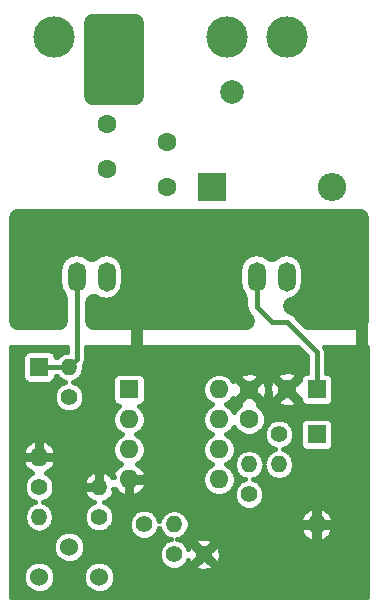
<source format=gbr>
G04 #@! TF.FileFunction,Copper,L2,Bot,Signal*
%FSLAX46Y46*%
G04 Gerber Fmt 4.6, Leading zero omitted, Abs format (unit mm)*
G04 Created by KiCad (PCBNEW 4.0.4-stable) date Saturday, 28 January 2017 'PMt' 01:33:58 PM*
%MOMM*%
%LPD*%
G01*
G04 APERTURE LIST*
%ADD10C,0.100000*%
%ADD11R,1.600000X1.600000*%
%ADD12C,1.600000*%
%ADD13O,1.501140X2.499360*%
%ADD14C,1.400000*%
%ADD15O,1.400000X1.400000*%
%ADD16C,1.397000*%
%ADD17C,1.524000*%
%ADD18O,1.600000X1.600000*%
%ADD19C,3.500120*%
%ADD20R,2.400000X2.400000*%
%ADD21O,2.400000X2.400000*%
%ADD22C,2.000000*%
%ADD23C,0.400000*%
%ADD24C,1.000000*%
%ADD25C,1.500000*%
G04 APERTURE END LIST*
D10*
D11*
X165735000Y-104140000D03*
D12*
X163235000Y-104140000D03*
D13*
X163195000Y-94615000D03*
X160655000Y-94615000D03*
X165735000Y-94615000D03*
X147955000Y-94615000D03*
X145415000Y-94615000D03*
X150495000Y-94615000D03*
D14*
X151130000Y-115570000D03*
D15*
X153670000Y-115570000D03*
D16*
X153670000Y-118110000D03*
X156210000Y-118110000D03*
D14*
X142240000Y-112395000D03*
D15*
X142240000Y-114935000D03*
D14*
X147320000Y-114935000D03*
D15*
X147320000Y-112395000D03*
D14*
X162560000Y-107950000D03*
D15*
X162560000Y-110490000D03*
D14*
X144780000Y-104775000D03*
D15*
X144780000Y-102235000D03*
D14*
X160020000Y-113030000D03*
D15*
X160020000Y-110490000D03*
D17*
X144780000Y-117475000D03*
X147320000Y-120015000D03*
X142240000Y-120015000D03*
D11*
X149860000Y-104140000D03*
D18*
X157480000Y-111760000D03*
X149860000Y-106680000D03*
X157480000Y-109220000D03*
X149860000Y-109220000D03*
X157480000Y-106680000D03*
X149860000Y-111760000D03*
X157480000Y-104140000D03*
D19*
X158115000Y-74295000D03*
X163195000Y-74295000D03*
X143510000Y-74295000D03*
X148590000Y-74295000D03*
D20*
X156845000Y-86995000D03*
D21*
X167005000Y-86995000D03*
D11*
X165735000Y-107950000D03*
D18*
X165735000Y-115570000D03*
D11*
X142240000Y-102235000D03*
D18*
X142240000Y-109855000D03*
D12*
X160020000Y-106680000D03*
X160020000Y-104180000D03*
X153035000Y-83185000D03*
X148035000Y-81685000D03*
D22*
X148590000Y-77470000D03*
X158590000Y-78970000D03*
D12*
X153035000Y-86995000D03*
X148035000Y-85495000D03*
D23*
X165735000Y-104140000D02*
X165735000Y-100965000D01*
X160655000Y-97155000D02*
X160655000Y-94615000D01*
X161925000Y-98425000D02*
X160655000Y-97155000D01*
X163195000Y-98425000D02*
X161925000Y-98425000D01*
X165735000Y-100965000D02*
X163195000Y-98425000D01*
D24*
X165735000Y-94615000D02*
X168910000Y-94615000D01*
X169545000Y-95250000D02*
X169545000Y-101600000D01*
X168910000Y-94615000D02*
X169545000Y-95250000D01*
X150495000Y-94615000D02*
X150495000Y-100965000D01*
D23*
X142240000Y-102235000D02*
X144780000Y-102235000D01*
X144780000Y-102235000D02*
X145415000Y-101600000D01*
X145415000Y-101600000D02*
X145415000Y-94615000D01*
G36*
X144615000Y-100942352D02*
X144282512Y-101008488D01*
X143860761Y-101290292D01*
X143764071Y-101435000D01*
X143651754Y-101435000D01*
X143609917Y-101212654D01*
X143478510Y-101008442D01*
X143278007Y-100871444D01*
X143040000Y-100823246D01*
X141440000Y-100823246D01*
X141217654Y-100865083D01*
X141013442Y-100996490D01*
X140876444Y-101196993D01*
X140828246Y-101435000D01*
X140828246Y-103035000D01*
X140870083Y-103257346D01*
X141001490Y-103461558D01*
X141201993Y-103598556D01*
X141440000Y-103646754D01*
X143040000Y-103646754D01*
X143262346Y-103604917D01*
X143466558Y-103473510D01*
X143603556Y-103273007D01*
X143651754Y-103035000D01*
X143764071Y-103035000D01*
X143860761Y-103179708D01*
X144282512Y-103461512D01*
X144466211Y-103498052D01*
X144044571Y-103672271D01*
X143678556Y-104037647D01*
X143480226Y-104515279D01*
X143479774Y-105032452D01*
X143677271Y-105510429D01*
X144042647Y-105876444D01*
X144520279Y-106074774D01*
X145037452Y-106075226D01*
X145515429Y-105877729D01*
X145881444Y-105512353D01*
X146079774Y-105034721D01*
X146080226Y-104517548D01*
X145882729Y-104039571D01*
X145517353Y-103673556D01*
X145094400Y-103497931D01*
X145277488Y-103461512D01*
X145699239Y-103179708D01*
X145981043Y-102757957D01*
X146080000Y-102260469D01*
X146080000Y-102209531D01*
X146050496Y-102061207D01*
X146154104Y-101906147D01*
X146215000Y-101600000D01*
X146215000Y-100530000D01*
X164168629Y-100530000D01*
X164935000Y-101296371D01*
X164935000Y-102728246D01*
X164712654Y-102770083D01*
X164508442Y-102901490D01*
X164371444Y-103101993D01*
X164324370Y-103334449D01*
X164323618Y-103334224D01*
X163517843Y-104140000D01*
X164323618Y-104945776D01*
X164324295Y-104945574D01*
X164365083Y-105162346D01*
X164496490Y-105366558D01*
X164696993Y-105503556D01*
X164935000Y-105551754D01*
X166535000Y-105551754D01*
X166757346Y-105509917D01*
X166961558Y-105378510D01*
X167098556Y-105178007D01*
X167146754Y-104940000D01*
X167146754Y-103340000D01*
X167104917Y-103117654D01*
X166973510Y-102913442D01*
X166773007Y-102776444D01*
X166535000Y-102728246D01*
X166535000Y-100965000D01*
X166474104Y-100658853D01*
X166388007Y-100530000D01*
X169980000Y-100530000D01*
X169980000Y-121720000D01*
X139900000Y-121720000D01*
X139900000Y-120284730D01*
X140877764Y-120284730D01*
X141084679Y-120785503D01*
X141467482Y-121168974D01*
X141967893Y-121376763D01*
X142509730Y-121377236D01*
X143010503Y-121170321D01*
X143393974Y-120787518D01*
X143601763Y-120287107D01*
X143601765Y-120284730D01*
X145957764Y-120284730D01*
X146164679Y-120785503D01*
X146547482Y-121168974D01*
X147047893Y-121376763D01*
X147589730Y-121377236D01*
X148090503Y-121170321D01*
X148473974Y-120787518D01*
X148681763Y-120287107D01*
X148682236Y-119745270D01*
X148475321Y-119244497D01*
X148092518Y-118861026D01*
X147592107Y-118653237D01*
X147050270Y-118652764D01*
X146549497Y-118859679D01*
X146166026Y-119242482D01*
X145958237Y-119742893D01*
X145957764Y-120284730D01*
X143601765Y-120284730D01*
X143602236Y-119745270D01*
X143395321Y-119244497D01*
X143012518Y-118861026D01*
X142512107Y-118653237D01*
X141970270Y-118652764D01*
X141469497Y-118859679D01*
X141086026Y-119242482D01*
X140878237Y-119742893D01*
X140877764Y-120284730D01*
X139900000Y-120284730D01*
X139900000Y-117744730D01*
X143417764Y-117744730D01*
X143624679Y-118245503D01*
X144007482Y-118628974D01*
X144507893Y-118836763D01*
X145049730Y-118837236D01*
X145550503Y-118630321D01*
X145933974Y-118247518D01*
X146141763Y-117747107D01*
X146142236Y-117205270D01*
X145935321Y-116704497D01*
X145552518Y-116321026D01*
X145052107Y-116113237D01*
X144510270Y-116112764D01*
X144009497Y-116319679D01*
X143626026Y-116702482D01*
X143418237Y-117202893D01*
X143417764Y-117744730D01*
X139900000Y-117744730D01*
X139900000Y-110285097D01*
X140802968Y-110285097D01*
X141076947Y-110802286D01*
X141527990Y-111175259D01*
X141657723Y-111228990D01*
X141504571Y-111292271D01*
X141138556Y-111657647D01*
X140940226Y-112135279D01*
X140939774Y-112652452D01*
X141137271Y-113130429D01*
X141502647Y-113496444D01*
X141925600Y-113672069D01*
X141742512Y-113708488D01*
X141320761Y-113990292D01*
X141038957Y-114412043D01*
X140940000Y-114909531D01*
X140940000Y-114960469D01*
X141038957Y-115457957D01*
X141320761Y-115879708D01*
X141742512Y-116161512D01*
X142240000Y-116260469D01*
X142737488Y-116161512D01*
X143159239Y-115879708D01*
X143441043Y-115457957D01*
X143540000Y-114960469D01*
X143540000Y-114909531D01*
X143441043Y-114412043D01*
X143159239Y-113990292D01*
X142737488Y-113708488D01*
X142553789Y-113671948D01*
X142975429Y-113497729D01*
X143341444Y-113132353D01*
X143475586Y-112809302D01*
X145982690Y-112809302D01*
X146243033Y-113289532D01*
X146667335Y-113633577D01*
X146866161Y-113715920D01*
X146584571Y-113832271D01*
X146218556Y-114197647D01*
X146020226Y-114675279D01*
X146019774Y-115192452D01*
X146217271Y-115670429D01*
X146582647Y-116036444D01*
X147060279Y-116234774D01*
X147577452Y-116235226D01*
X148055429Y-116037729D01*
X148266073Y-115827452D01*
X149829774Y-115827452D01*
X150027271Y-116305429D01*
X150392647Y-116671444D01*
X150870279Y-116869774D01*
X151387452Y-116870226D01*
X151865429Y-116672729D01*
X152231444Y-116307353D01*
X152407069Y-115884400D01*
X152443488Y-116067488D01*
X152725292Y-116489239D01*
X153147043Y-116771043D01*
X153392196Y-116819807D01*
X152935420Y-117008543D01*
X152569827Y-117373499D01*
X152371726Y-117850579D01*
X152371275Y-118367154D01*
X152568543Y-118844580D01*
X152933499Y-119210173D01*
X153410579Y-119408274D01*
X153927154Y-119408725D01*
X154404580Y-119211457D01*
X154491627Y-119124561D01*
X155478282Y-119124561D01*
X155541967Y-119369728D01*
X156074895Y-119529482D01*
X156628392Y-119473133D01*
X156878033Y-119369728D01*
X156941718Y-119124561D01*
X156210000Y-118392843D01*
X155478282Y-119124561D01*
X154491627Y-119124561D01*
X154770173Y-118846501D01*
X154874531Y-118595179D01*
X154950272Y-118778033D01*
X155195439Y-118841718D01*
X155927157Y-118110000D01*
X156492843Y-118110000D01*
X157224561Y-118841718D01*
X157469728Y-118778033D01*
X157629482Y-118245105D01*
X157573133Y-117691608D01*
X157469728Y-117441967D01*
X157224561Y-117378282D01*
X156492843Y-118110000D01*
X155927157Y-118110000D01*
X155195439Y-117378282D01*
X154950272Y-117441967D01*
X154886649Y-117654207D01*
X154771457Y-117375420D01*
X154491964Y-117095439D01*
X155478282Y-117095439D01*
X156210000Y-117827157D01*
X156941718Y-117095439D01*
X156878033Y-116850272D01*
X156345105Y-116690518D01*
X155791608Y-116746867D01*
X155541967Y-116850272D01*
X155478282Y-117095439D01*
X154491964Y-117095439D01*
X154406501Y-117009827D01*
X153948533Y-116819662D01*
X154192957Y-116771043D01*
X154614708Y-116489239D01*
X154896512Y-116067488D01*
X154909916Y-116000097D01*
X164297968Y-116000097D01*
X164571947Y-116517286D01*
X165022990Y-116890259D01*
X165304906Y-117007018D01*
X165535000Y-116879819D01*
X165535000Y-115770000D01*
X165935000Y-115770000D01*
X165935000Y-116879819D01*
X166165094Y-117007018D01*
X166447010Y-116890259D01*
X166898053Y-116517286D01*
X167172032Y-116000097D01*
X167046622Y-115770000D01*
X165935000Y-115770000D01*
X165535000Y-115770000D01*
X164423378Y-115770000D01*
X164297968Y-116000097D01*
X154909916Y-116000097D01*
X154995469Y-115570000D01*
X154909917Y-115139903D01*
X164297968Y-115139903D01*
X164423378Y-115370000D01*
X165535000Y-115370000D01*
X165535000Y-114260181D01*
X165935000Y-114260181D01*
X165935000Y-115370000D01*
X167046622Y-115370000D01*
X167172032Y-115139903D01*
X166898053Y-114622714D01*
X166447010Y-114249741D01*
X166165094Y-114132982D01*
X165935000Y-114260181D01*
X165535000Y-114260181D01*
X165304906Y-114132982D01*
X165022990Y-114249741D01*
X164571947Y-114622714D01*
X164297968Y-115139903D01*
X154909917Y-115139903D01*
X154896512Y-115072512D01*
X154614708Y-114650761D01*
X154192957Y-114368957D01*
X153695469Y-114270000D01*
X153644531Y-114270000D01*
X153147043Y-114368957D01*
X152725292Y-114650761D01*
X152443488Y-115072512D01*
X152406948Y-115256211D01*
X152232729Y-114834571D01*
X151867353Y-114468556D01*
X151389721Y-114270226D01*
X150872548Y-114269774D01*
X150394571Y-114467271D01*
X150028556Y-114832647D01*
X149830226Y-115310279D01*
X149829774Y-115827452D01*
X148266073Y-115827452D01*
X148421444Y-115672353D01*
X148619774Y-115194721D01*
X148620226Y-114677548D01*
X148422729Y-114199571D01*
X148057353Y-113833556D01*
X147773947Y-113715875D01*
X147972665Y-113633577D01*
X148396967Y-113289532D01*
X148398094Y-113287452D01*
X158719774Y-113287452D01*
X158917271Y-113765429D01*
X159282647Y-114131444D01*
X159760279Y-114329774D01*
X160277452Y-114330226D01*
X160755429Y-114132729D01*
X161121444Y-113767353D01*
X161319774Y-113289721D01*
X161320226Y-112772548D01*
X161122729Y-112294571D01*
X160757353Y-111928556D01*
X160334400Y-111752931D01*
X160517488Y-111716512D01*
X160939239Y-111434708D01*
X161221043Y-111012957D01*
X161290000Y-110666288D01*
X161358957Y-111012957D01*
X161640761Y-111434708D01*
X162062512Y-111716512D01*
X162560000Y-111815469D01*
X163057488Y-111716512D01*
X163479239Y-111434708D01*
X163761043Y-111012957D01*
X163860000Y-110515469D01*
X163860000Y-110464531D01*
X163761043Y-109967043D01*
X163479239Y-109545292D01*
X163057488Y-109263488D01*
X162873789Y-109226948D01*
X163295429Y-109052729D01*
X163661444Y-108687353D01*
X163859774Y-108209721D01*
X163860226Y-107692548D01*
X163662729Y-107214571D01*
X163598271Y-107150000D01*
X164323246Y-107150000D01*
X164323246Y-108750000D01*
X164365083Y-108972346D01*
X164496490Y-109176558D01*
X164696993Y-109313556D01*
X164935000Y-109361754D01*
X166535000Y-109361754D01*
X166757346Y-109319917D01*
X166961558Y-109188510D01*
X167098556Y-108988007D01*
X167146754Y-108750000D01*
X167146754Y-107150000D01*
X167104917Y-106927654D01*
X166973510Y-106723442D01*
X166773007Y-106586444D01*
X166535000Y-106538246D01*
X164935000Y-106538246D01*
X164712654Y-106580083D01*
X164508442Y-106711490D01*
X164371444Y-106911993D01*
X164323246Y-107150000D01*
X163598271Y-107150000D01*
X163297353Y-106848556D01*
X162819721Y-106650226D01*
X162302548Y-106649774D01*
X161824571Y-106847271D01*
X161458556Y-107212647D01*
X161260226Y-107690279D01*
X161259774Y-108207452D01*
X161457271Y-108685429D01*
X161822647Y-109051444D01*
X162245600Y-109227069D01*
X162062512Y-109263488D01*
X161640761Y-109545292D01*
X161358957Y-109967043D01*
X161290000Y-110313712D01*
X161221043Y-109967043D01*
X160939239Y-109545292D01*
X160517488Y-109263488D01*
X160020000Y-109164531D01*
X159522512Y-109263488D01*
X159100761Y-109545292D01*
X158818957Y-109967043D01*
X158720000Y-110464531D01*
X158720000Y-110515469D01*
X158818957Y-111012957D01*
X159100761Y-111434708D01*
X159522512Y-111716512D01*
X159706211Y-111753052D01*
X159284571Y-111927271D01*
X158918556Y-112292647D01*
X158720226Y-112770279D01*
X158719774Y-113287452D01*
X148398094Y-113287452D01*
X148657310Y-112809302D01*
X148530658Y-112595002D01*
X148641445Y-112595002D01*
X148912714Y-112923053D01*
X149429903Y-113197032D01*
X149660000Y-113071622D01*
X149660000Y-111960000D01*
X150060000Y-111960000D01*
X150060000Y-113071622D01*
X150290097Y-113197032D01*
X150807286Y-112923053D01*
X151180259Y-112472010D01*
X151297018Y-112190094D01*
X151169819Y-111960000D01*
X150060000Y-111960000D01*
X149660000Y-111960000D01*
X149640000Y-111960000D01*
X149640000Y-111560000D01*
X149660000Y-111560000D01*
X149660000Y-111540000D01*
X150060000Y-111540000D01*
X150060000Y-111560000D01*
X151169819Y-111560000D01*
X151297018Y-111329906D01*
X151180259Y-111047990D01*
X150807286Y-110596947D01*
X150523325Y-110446520D01*
X150877377Y-110209949D01*
X151180859Y-109755757D01*
X151287428Y-109220000D01*
X151180859Y-108684243D01*
X150877377Y-108230051D01*
X150458252Y-107950000D01*
X150877377Y-107669949D01*
X151180859Y-107215757D01*
X151287428Y-106680000D01*
X151180859Y-106144243D01*
X150877377Y-105690051D01*
X150668116Y-105550227D01*
X150882346Y-105509917D01*
X151086558Y-105378510D01*
X151223556Y-105178007D01*
X151271754Y-104940000D01*
X151271754Y-104140000D01*
X156052572Y-104140000D01*
X156159141Y-104675757D01*
X156462623Y-105129949D01*
X156881748Y-105410000D01*
X156462623Y-105690051D01*
X156159141Y-106144243D01*
X156052572Y-106680000D01*
X156159141Y-107215757D01*
X156462623Y-107669949D01*
X156881748Y-107950000D01*
X156462623Y-108230051D01*
X156159141Y-108684243D01*
X156052572Y-109220000D01*
X156159141Y-109755757D01*
X156462623Y-110209949D01*
X156881748Y-110490000D01*
X156462623Y-110770051D01*
X156159141Y-111224243D01*
X156052572Y-111760000D01*
X156159141Y-112295757D01*
X156462623Y-112749949D01*
X156916815Y-113053431D01*
X157452572Y-113160000D01*
X157507428Y-113160000D01*
X158043185Y-113053431D01*
X158497377Y-112749949D01*
X158800859Y-112295757D01*
X158907428Y-111760000D01*
X158800859Y-111224243D01*
X158497377Y-110770051D01*
X158078252Y-110490000D01*
X158497377Y-110209949D01*
X158800859Y-109755757D01*
X158907428Y-109220000D01*
X158800859Y-108684243D01*
X158497377Y-108230051D01*
X158078252Y-107950000D01*
X158497377Y-107669949D01*
X158754954Y-107284458D01*
X158832445Y-107472000D01*
X159225928Y-107866170D01*
X159740301Y-108079757D01*
X160297256Y-108080243D01*
X160812000Y-107867555D01*
X161206170Y-107474072D01*
X161419757Y-106959699D01*
X161420243Y-106402744D01*
X161207555Y-105888000D01*
X160814072Y-105493830D01*
X160764639Y-105473304D01*
X160825776Y-105268618D01*
X160785776Y-105228618D01*
X162429224Y-105228618D01*
X162505572Y-105484232D01*
X163075511Y-105661048D01*
X163669732Y-105606299D01*
X163964428Y-105484232D01*
X164040776Y-105228618D01*
X163235000Y-104422843D01*
X162429224Y-105228618D01*
X160785776Y-105228618D01*
X160020000Y-104462843D01*
X159214224Y-105268618D01*
X159275247Y-105472923D01*
X159228000Y-105492445D01*
X158833830Y-105885928D01*
X158755041Y-106075672D01*
X158497377Y-105690051D01*
X158078252Y-105410000D01*
X158497377Y-105129949D01*
X158663888Y-104880748D01*
X158675768Y-104909428D01*
X158931382Y-104985776D01*
X159737157Y-104180000D01*
X160302843Y-104180000D01*
X161108618Y-104985776D01*
X161364232Y-104909428D01*
X161541048Y-104339489D01*
X161507974Y-103980511D01*
X161713952Y-103980511D01*
X161768701Y-104574732D01*
X161890768Y-104869428D01*
X162146382Y-104945776D01*
X162952157Y-104140000D01*
X162146382Y-103334224D01*
X161890768Y-103410572D01*
X161713952Y-103980511D01*
X161507974Y-103980511D01*
X161486299Y-103745268D01*
X161364232Y-103450572D01*
X161108618Y-103374224D01*
X160302843Y-104180000D01*
X159737157Y-104180000D01*
X158931382Y-103374224D01*
X158694451Y-103444992D01*
X158497377Y-103150051D01*
X158409573Y-103091382D01*
X159214224Y-103091382D01*
X160020000Y-103897157D01*
X160825776Y-103091382D01*
X160813829Y-103051382D01*
X162429224Y-103051382D01*
X163235000Y-103857157D01*
X164040776Y-103051382D01*
X163964428Y-102795768D01*
X163394489Y-102618952D01*
X162800268Y-102673701D01*
X162505572Y-102795768D01*
X162429224Y-103051382D01*
X160813829Y-103051382D01*
X160749428Y-102835768D01*
X160179489Y-102658952D01*
X159585268Y-102713701D01*
X159290572Y-102835768D01*
X159214224Y-103091382D01*
X158409573Y-103091382D01*
X158043185Y-102846569D01*
X157507428Y-102740000D01*
X157452572Y-102740000D01*
X156916815Y-102846569D01*
X156462623Y-103150051D01*
X156159141Y-103604243D01*
X156052572Y-104140000D01*
X151271754Y-104140000D01*
X151271754Y-103340000D01*
X151229917Y-103117654D01*
X151098510Y-102913442D01*
X150898007Y-102776444D01*
X150660000Y-102728246D01*
X149060000Y-102728246D01*
X148837654Y-102770083D01*
X148633442Y-102901490D01*
X148496444Y-103101993D01*
X148448246Y-103340000D01*
X148448246Y-104940000D01*
X148490083Y-105162346D01*
X148621490Y-105366558D01*
X148821993Y-105503556D01*
X149052018Y-105550138D01*
X148842623Y-105690051D01*
X148539141Y-106144243D01*
X148432572Y-106680000D01*
X148539141Y-107215757D01*
X148842623Y-107669949D01*
X149261748Y-107950000D01*
X148842623Y-108230051D01*
X148539141Y-108684243D01*
X148432572Y-109220000D01*
X148539141Y-109755757D01*
X148842623Y-110209949D01*
X149196675Y-110446520D01*
X148912714Y-110596947D01*
X148539741Y-111047990D01*
X148422982Y-111329906D01*
X148550180Y-111559998D01*
X148429239Y-111559998D01*
X148396967Y-111500468D01*
X147972665Y-111156423D01*
X147734300Y-111057705D01*
X147520000Y-111186437D01*
X147520000Y-112195000D01*
X147540000Y-112195000D01*
X147540000Y-112595000D01*
X147520000Y-112595000D01*
X147520000Y-112615000D01*
X147120000Y-112615000D01*
X147120000Y-112595000D01*
X146109343Y-112595000D01*
X145982690Y-112809302D01*
X143475586Y-112809302D01*
X143539774Y-112654721D01*
X143540226Y-112137548D01*
X143475417Y-111980698D01*
X145982690Y-111980698D01*
X146109343Y-112195000D01*
X147120000Y-112195000D01*
X147120000Y-111186437D01*
X146905700Y-111057705D01*
X146667335Y-111156423D01*
X146243033Y-111500468D01*
X145982690Y-111980698D01*
X143475417Y-111980698D01*
X143342729Y-111659571D01*
X142977353Y-111293556D01*
X142822068Y-111229076D01*
X142952010Y-111175259D01*
X143403053Y-110802286D01*
X143677032Y-110285097D01*
X143551622Y-110055000D01*
X142440000Y-110055000D01*
X142440000Y-110075000D01*
X142040000Y-110075000D01*
X142040000Y-110055000D01*
X140928378Y-110055000D01*
X140802968Y-110285097D01*
X139900000Y-110285097D01*
X139900000Y-109424903D01*
X140802968Y-109424903D01*
X140928378Y-109655000D01*
X142040000Y-109655000D01*
X142040000Y-108545181D01*
X142440000Y-108545181D01*
X142440000Y-109655000D01*
X143551622Y-109655000D01*
X143677032Y-109424903D01*
X143403053Y-108907714D01*
X142952010Y-108534741D01*
X142670094Y-108417982D01*
X142440000Y-108545181D01*
X142040000Y-108545181D01*
X141809906Y-108417982D01*
X141527990Y-108534741D01*
X141076947Y-108907714D01*
X140802968Y-109424903D01*
X139900000Y-109424903D01*
X139900000Y-100530000D01*
X144615000Y-100530000D01*
X144615000Y-100942352D01*
X144615000Y-100942352D01*
G37*
X144615000Y-100942352D02*
X144282512Y-101008488D01*
X143860761Y-101290292D01*
X143764071Y-101435000D01*
X143651754Y-101435000D01*
X143609917Y-101212654D01*
X143478510Y-101008442D01*
X143278007Y-100871444D01*
X143040000Y-100823246D01*
X141440000Y-100823246D01*
X141217654Y-100865083D01*
X141013442Y-100996490D01*
X140876444Y-101196993D01*
X140828246Y-101435000D01*
X140828246Y-103035000D01*
X140870083Y-103257346D01*
X141001490Y-103461558D01*
X141201993Y-103598556D01*
X141440000Y-103646754D01*
X143040000Y-103646754D01*
X143262346Y-103604917D01*
X143466558Y-103473510D01*
X143603556Y-103273007D01*
X143651754Y-103035000D01*
X143764071Y-103035000D01*
X143860761Y-103179708D01*
X144282512Y-103461512D01*
X144466211Y-103498052D01*
X144044571Y-103672271D01*
X143678556Y-104037647D01*
X143480226Y-104515279D01*
X143479774Y-105032452D01*
X143677271Y-105510429D01*
X144042647Y-105876444D01*
X144520279Y-106074774D01*
X145037452Y-106075226D01*
X145515429Y-105877729D01*
X145881444Y-105512353D01*
X146079774Y-105034721D01*
X146080226Y-104517548D01*
X145882729Y-104039571D01*
X145517353Y-103673556D01*
X145094400Y-103497931D01*
X145277488Y-103461512D01*
X145699239Y-103179708D01*
X145981043Y-102757957D01*
X146080000Y-102260469D01*
X146080000Y-102209531D01*
X146050496Y-102061207D01*
X146154104Y-101906147D01*
X146215000Y-101600000D01*
X146215000Y-100530000D01*
X164168629Y-100530000D01*
X164935000Y-101296371D01*
X164935000Y-102728246D01*
X164712654Y-102770083D01*
X164508442Y-102901490D01*
X164371444Y-103101993D01*
X164324370Y-103334449D01*
X164323618Y-103334224D01*
X163517843Y-104140000D01*
X164323618Y-104945776D01*
X164324295Y-104945574D01*
X164365083Y-105162346D01*
X164496490Y-105366558D01*
X164696993Y-105503556D01*
X164935000Y-105551754D01*
X166535000Y-105551754D01*
X166757346Y-105509917D01*
X166961558Y-105378510D01*
X167098556Y-105178007D01*
X167146754Y-104940000D01*
X167146754Y-103340000D01*
X167104917Y-103117654D01*
X166973510Y-102913442D01*
X166773007Y-102776444D01*
X166535000Y-102728246D01*
X166535000Y-100965000D01*
X166474104Y-100658853D01*
X166388007Y-100530000D01*
X169980000Y-100530000D01*
X169980000Y-121720000D01*
X139900000Y-121720000D01*
X139900000Y-120284730D01*
X140877764Y-120284730D01*
X141084679Y-120785503D01*
X141467482Y-121168974D01*
X141967893Y-121376763D01*
X142509730Y-121377236D01*
X143010503Y-121170321D01*
X143393974Y-120787518D01*
X143601763Y-120287107D01*
X143601765Y-120284730D01*
X145957764Y-120284730D01*
X146164679Y-120785503D01*
X146547482Y-121168974D01*
X147047893Y-121376763D01*
X147589730Y-121377236D01*
X148090503Y-121170321D01*
X148473974Y-120787518D01*
X148681763Y-120287107D01*
X148682236Y-119745270D01*
X148475321Y-119244497D01*
X148092518Y-118861026D01*
X147592107Y-118653237D01*
X147050270Y-118652764D01*
X146549497Y-118859679D01*
X146166026Y-119242482D01*
X145958237Y-119742893D01*
X145957764Y-120284730D01*
X143601765Y-120284730D01*
X143602236Y-119745270D01*
X143395321Y-119244497D01*
X143012518Y-118861026D01*
X142512107Y-118653237D01*
X141970270Y-118652764D01*
X141469497Y-118859679D01*
X141086026Y-119242482D01*
X140878237Y-119742893D01*
X140877764Y-120284730D01*
X139900000Y-120284730D01*
X139900000Y-117744730D01*
X143417764Y-117744730D01*
X143624679Y-118245503D01*
X144007482Y-118628974D01*
X144507893Y-118836763D01*
X145049730Y-118837236D01*
X145550503Y-118630321D01*
X145933974Y-118247518D01*
X146141763Y-117747107D01*
X146142236Y-117205270D01*
X145935321Y-116704497D01*
X145552518Y-116321026D01*
X145052107Y-116113237D01*
X144510270Y-116112764D01*
X144009497Y-116319679D01*
X143626026Y-116702482D01*
X143418237Y-117202893D01*
X143417764Y-117744730D01*
X139900000Y-117744730D01*
X139900000Y-110285097D01*
X140802968Y-110285097D01*
X141076947Y-110802286D01*
X141527990Y-111175259D01*
X141657723Y-111228990D01*
X141504571Y-111292271D01*
X141138556Y-111657647D01*
X140940226Y-112135279D01*
X140939774Y-112652452D01*
X141137271Y-113130429D01*
X141502647Y-113496444D01*
X141925600Y-113672069D01*
X141742512Y-113708488D01*
X141320761Y-113990292D01*
X141038957Y-114412043D01*
X140940000Y-114909531D01*
X140940000Y-114960469D01*
X141038957Y-115457957D01*
X141320761Y-115879708D01*
X141742512Y-116161512D01*
X142240000Y-116260469D01*
X142737488Y-116161512D01*
X143159239Y-115879708D01*
X143441043Y-115457957D01*
X143540000Y-114960469D01*
X143540000Y-114909531D01*
X143441043Y-114412043D01*
X143159239Y-113990292D01*
X142737488Y-113708488D01*
X142553789Y-113671948D01*
X142975429Y-113497729D01*
X143341444Y-113132353D01*
X143475586Y-112809302D01*
X145982690Y-112809302D01*
X146243033Y-113289532D01*
X146667335Y-113633577D01*
X146866161Y-113715920D01*
X146584571Y-113832271D01*
X146218556Y-114197647D01*
X146020226Y-114675279D01*
X146019774Y-115192452D01*
X146217271Y-115670429D01*
X146582647Y-116036444D01*
X147060279Y-116234774D01*
X147577452Y-116235226D01*
X148055429Y-116037729D01*
X148266073Y-115827452D01*
X149829774Y-115827452D01*
X150027271Y-116305429D01*
X150392647Y-116671444D01*
X150870279Y-116869774D01*
X151387452Y-116870226D01*
X151865429Y-116672729D01*
X152231444Y-116307353D01*
X152407069Y-115884400D01*
X152443488Y-116067488D01*
X152725292Y-116489239D01*
X153147043Y-116771043D01*
X153392196Y-116819807D01*
X152935420Y-117008543D01*
X152569827Y-117373499D01*
X152371726Y-117850579D01*
X152371275Y-118367154D01*
X152568543Y-118844580D01*
X152933499Y-119210173D01*
X153410579Y-119408274D01*
X153927154Y-119408725D01*
X154404580Y-119211457D01*
X154491627Y-119124561D01*
X155478282Y-119124561D01*
X155541967Y-119369728D01*
X156074895Y-119529482D01*
X156628392Y-119473133D01*
X156878033Y-119369728D01*
X156941718Y-119124561D01*
X156210000Y-118392843D01*
X155478282Y-119124561D01*
X154491627Y-119124561D01*
X154770173Y-118846501D01*
X154874531Y-118595179D01*
X154950272Y-118778033D01*
X155195439Y-118841718D01*
X155927157Y-118110000D01*
X156492843Y-118110000D01*
X157224561Y-118841718D01*
X157469728Y-118778033D01*
X157629482Y-118245105D01*
X157573133Y-117691608D01*
X157469728Y-117441967D01*
X157224561Y-117378282D01*
X156492843Y-118110000D01*
X155927157Y-118110000D01*
X155195439Y-117378282D01*
X154950272Y-117441967D01*
X154886649Y-117654207D01*
X154771457Y-117375420D01*
X154491964Y-117095439D01*
X155478282Y-117095439D01*
X156210000Y-117827157D01*
X156941718Y-117095439D01*
X156878033Y-116850272D01*
X156345105Y-116690518D01*
X155791608Y-116746867D01*
X155541967Y-116850272D01*
X155478282Y-117095439D01*
X154491964Y-117095439D01*
X154406501Y-117009827D01*
X153948533Y-116819662D01*
X154192957Y-116771043D01*
X154614708Y-116489239D01*
X154896512Y-116067488D01*
X154909916Y-116000097D01*
X164297968Y-116000097D01*
X164571947Y-116517286D01*
X165022990Y-116890259D01*
X165304906Y-117007018D01*
X165535000Y-116879819D01*
X165535000Y-115770000D01*
X165935000Y-115770000D01*
X165935000Y-116879819D01*
X166165094Y-117007018D01*
X166447010Y-116890259D01*
X166898053Y-116517286D01*
X167172032Y-116000097D01*
X167046622Y-115770000D01*
X165935000Y-115770000D01*
X165535000Y-115770000D01*
X164423378Y-115770000D01*
X164297968Y-116000097D01*
X154909916Y-116000097D01*
X154995469Y-115570000D01*
X154909917Y-115139903D01*
X164297968Y-115139903D01*
X164423378Y-115370000D01*
X165535000Y-115370000D01*
X165535000Y-114260181D01*
X165935000Y-114260181D01*
X165935000Y-115370000D01*
X167046622Y-115370000D01*
X167172032Y-115139903D01*
X166898053Y-114622714D01*
X166447010Y-114249741D01*
X166165094Y-114132982D01*
X165935000Y-114260181D01*
X165535000Y-114260181D01*
X165304906Y-114132982D01*
X165022990Y-114249741D01*
X164571947Y-114622714D01*
X164297968Y-115139903D01*
X154909917Y-115139903D01*
X154896512Y-115072512D01*
X154614708Y-114650761D01*
X154192957Y-114368957D01*
X153695469Y-114270000D01*
X153644531Y-114270000D01*
X153147043Y-114368957D01*
X152725292Y-114650761D01*
X152443488Y-115072512D01*
X152406948Y-115256211D01*
X152232729Y-114834571D01*
X151867353Y-114468556D01*
X151389721Y-114270226D01*
X150872548Y-114269774D01*
X150394571Y-114467271D01*
X150028556Y-114832647D01*
X149830226Y-115310279D01*
X149829774Y-115827452D01*
X148266073Y-115827452D01*
X148421444Y-115672353D01*
X148619774Y-115194721D01*
X148620226Y-114677548D01*
X148422729Y-114199571D01*
X148057353Y-113833556D01*
X147773947Y-113715875D01*
X147972665Y-113633577D01*
X148396967Y-113289532D01*
X148398094Y-113287452D01*
X158719774Y-113287452D01*
X158917271Y-113765429D01*
X159282647Y-114131444D01*
X159760279Y-114329774D01*
X160277452Y-114330226D01*
X160755429Y-114132729D01*
X161121444Y-113767353D01*
X161319774Y-113289721D01*
X161320226Y-112772548D01*
X161122729Y-112294571D01*
X160757353Y-111928556D01*
X160334400Y-111752931D01*
X160517488Y-111716512D01*
X160939239Y-111434708D01*
X161221043Y-111012957D01*
X161290000Y-110666288D01*
X161358957Y-111012957D01*
X161640761Y-111434708D01*
X162062512Y-111716512D01*
X162560000Y-111815469D01*
X163057488Y-111716512D01*
X163479239Y-111434708D01*
X163761043Y-111012957D01*
X163860000Y-110515469D01*
X163860000Y-110464531D01*
X163761043Y-109967043D01*
X163479239Y-109545292D01*
X163057488Y-109263488D01*
X162873789Y-109226948D01*
X163295429Y-109052729D01*
X163661444Y-108687353D01*
X163859774Y-108209721D01*
X163860226Y-107692548D01*
X163662729Y-107214571D01*
X163598271Y-107150000D01*
X164323246Y-107150000D01*
X164323246Y-108750000D01*
X164365083Y-108972346D01*
X164496490Y-109176558D01*
X164696993Y-109313556D01*
X164935000Y-109361754D01*
X166535000Y-109361754D01*
X166757346Y-109319917D01*
X166961558Y-109188510D01*
X167098556Y-108988007D01*
X167146754Y-108750000D01*
X167146754Y-107150000D01*
X167104917Y-106927654D01*
X166973510Y-106723442D01*
X166773007Y-106586444D01*
X166535000Y-106538246D01*
X164935000Y-106538246D01*
X164712654Y-106580083D01*
X164508442Y-106711490D01*
X164371444Y-106911993D01*
X164323246Y-107150000D01*
X163598271Y-107150000D01*
X163297353Y-106848556D01*
X162819721Y-106650226D01*
X162302548Y-106649774D01*
X161824571Y-106847271D01*
X161458556Y-107212647D01*
X161260226Y-107690279D01*
X161259774Y-108207452D01*
X161457271Y-108685429D01*
X161822647Y-109051444D01*
X162245600Y-109227069D01*
X162062512Y-109263488D01*
X161640761Y-109545292D01*
X161358957Y-109967043D01*
X161290000Y-110313712D01*
X161221043Y-109967043D01*
X160939239Y-109545292D01*
X160517488Y-109263488D01*
X160020000Y-109164531D01*
X159522512Y-109263488D01*
X159100761Y-109545292D01*
X158818957Y-109967043D01*
X158720000Y-110464531D01*
X158720000Y-110515469D01*
X158818957Y-111012957D01*
X159100761Y-111434708D01*
X159522512Y-111716512D01*
X159706211Y-111753052D01*
X159284571Y-111927271D01*
X158918556Y-112292647D01*
X158720226Y-112770279D01*
X158719774Y-113287452D01*
X148398094Y-113287452D01*
X148657310Y-112809302D01*
X148530658Y-112595002D01*
X148641445Y-112595002D01*
X148912714Y-112923053D01*
X149429903Y-113197032D01*
X149660000Y-113071622D01*
X149660000Y-111960000D01*
X150060000Y-111960000D01*
X150060000Y-113071622D01*
X150290097Y-113197032D01*
X150807286Y-112923053D01*
X151180259Y-112472010D01*
X151297018Y-112190094D01*
X151169819Y-111960000D01*
X150060000Y-111960000D01*
X149660000Y-111960000D01*
X149640000Y-111960000D01*
X149640000Y-111560000D01*
X149660000Y-111560000D01*
X149660000Y-111540000D01*
X150060000Y-111540000D01*
X150060000Y-111560000D01*
X151169819Y-111560000D01*
X151297018Y-111329906D01*
X151180259Y-111047990D01*
X150807286Y-110596947D01*
X150523325Y-110446520D01*
X150877377Y-110209949D01*
X151180859Y-109755757D01*
X151287428Y-109220000D01*
X151180859Y-108684243D01*
X150877377Y-108230051D01*
X150458252Y-107950000D01*
X150877377Y-107669949D01*
X151180859Y-107215757D01*
X151287428Y-106680000D01*
X151180859Y-106144243D01*
X150877377Y-105690051D01*
X150668116Y-105550227D01*
X150882346Y-105509917D01*
X151086558Y-105378510D01*
X151223556Y-105178007D01*
X151271754Y-104940000D01*
X151271754Y-104140000D01*
X156052572Y-104140000D01*
X156159141Y-104675757D01*
X156462623Y-105129949D01*
X156881748Y-105410000D01*
X156462623Y-105690051D01*
X156159141Y-106144243D01*
X156052572Y-106680000D01*
X156159141Y-107215757D01*
X156462623Y-107669949D01*
X156881748Y-107950000D01*
X156462623Y-108230051D01*
X156159141Y-108684243D01*
X156052572Y-109220000D01*
X156159141Y-109755757D01*
X156462623Y-110209949D01*
X156881748Y-110490000D01*
X156462623Y-110770051D01*
X156159141Y-111224243D01*
X156052572Y-111760000D01*
X156159141Y-112295757D01*
X156462623Y-112749949D01*
X156916815Y-113053431D01*
X157452572Y-113160000D01*
X157507428Y-113160000D01*
X158043185Y-113053431D01*
X158497377Y-112749949D01*
X158800859Y-112295757D01*
X158907428Y-111760000D01*
X158800859Y-111224243D01*
X158497377Y-110770051D01*
X158078252Y-110490000D01*
X158497377Y-110209949D01*
X158800859Y-109755757D01*
X158907428Y-109220000D01*
X158800859Y-108684243D01*
X158497377Y-108230051D01*
X158078252Y-107950000D01*
X158497377Y-107669949D01*
X158754954Y-107284458D01*
X158832445Y-107472000D01*
X159225928Y-107866170D01*
X159740301Y-108079757D01*
X160297256Y-108080243D01*
X160812000Y-107867555D01*
X161206170Y-107474072D01*
X161419757Y-106959699D01*
X161420243Y-106402744D01*
X161207555Y-105888000D01*
X160814072Y-105493830D01*
X160764639Y-105473304D01*
X160825776Y-105268618D01*
X160785776Y-105228618D01*
X162429224Y-105228618D01*
X162505572Y-105484232D01*
X163075511Y-105661048D01*
X163669732Y-105606299D01*
X163964428Y-105484232D01*
X164040776Y-105228618D01*
X163235000Y-104422843D01*
X162429224Y-105228618D01*
X160785776Y-105228618D01*
X160020000Y-104462843D01*
X159214224Y-105268618D01*
X159275247Y-105472923D01*
X159228000Y-105492445D01*
X158833830Y-105885928D01*
X158755041Y-106075672D01*
X158497377Y-105690051D01*
X158078252Y-105410000D01*
X158497377Y-105129949D01*
X158663888Y-104880748D01*
X158675768Y-104909428D01*
X158931382Y-104985776D01*
X159737157Y-104180000D01*
X160302843Y-104180000D01*
X161108618Y-104985776D01*
X161364232Y-104909428D01*
X161541048Y-104339489D01*
X161507974Y-103980511D01*
X161713952Y-103980511D01*
X161768701Y-104574732D01*
X161890768Y-104869428D01*
X162146382Y-104945776D01*
X162952157Y-104140000D01*
X162146382Y-103334224D01*
X161890768Y-103410572D01*
X161713952Y-103980511D01*
X161507974Y-103980511D01*
X161486299Y-103745268D01*
X161364232Y-103450572D01*
X161108618Y-103374224D01*
X160302843Y-104180000D01*
X159737157Y-104180000D01*
X158931382Y-103374224D01*
X158694451Y-103444992D01*
X158497377Y-103150051D01*
X158409573Y-103091382D01*
X159214224Y-103091382D01*
X160020000Y-103897157D01*
X160825776Y-103091382D01*
X160813829Y-103051382D01*
X162429224Y-103051382D01*
X163235000Y-103857157D01*
X164040776Y-103051382D01*
X163964428Y-102795768D01*
X163394489Y-102618952D01*
X162800268Y-102673701D01*
X162505572Y-102795768D01*
X162429224Y-103051382D01*
X160813829Y-103051382D01*
X160749428Y-102835768D01*
X160179489Y-102658952D01*
X159585268Y-102713701D01*
X159290572Y-102835768D01*
X159214224Y-103091382D01*
X158409573Y-103091382D01*
X158043185Y-102846569D01*
X157507428Y-102740000D01*
X157452572Y-102740000D01*
X156916815Y-102846569D01*
X156462623Y-103150051D01*
X156159141Y-103604243D01*
X156052572Y-104140000D01*
X151271754Y-104140000D01*
X151271754Y-103340000D01*
X151229917Y-103117654D01*
X151098510Y-102913442D01*
X150898007Y-102776444D01*
X150660000Y-102728246D01*
X149060000Y-102728246D01*
X148837654Y-102770083D01*
X148633442Y-102901490D01*
X148496444Y-103101993D01*
X148448246Y-103340000D01*
X148448246Y-104940000D01*
X148490083Y-105162346D01*
X148621490Y-105366558D01*
X148821993Y-105503556D01*
X149052018Y-105550138D01*
X148842623Y-105690051D01*
X148539141Y-106144243D01*
X148432572Y-106680000D01*
X148539141Y-107215757D01*
X148842623Y-107669949D01*
X149261748Y-107950000D01*
X148842623Y-108230051D01*
X148539141Y-108684243D01*
X148432572Y-109220000D01*
X148539141Y-109755757D01*
X148842623Y-110209949D01*
X149196675Y-110446520D01*
X148912714Y-110596947D01*
X148539741Y-111047990D01*
X148422982Y-111329906D01*
X148550180Y-111559998D01*
X148429239Y-111559998D01*
X148396967Y-111500468D01*
X147972665Y-111156423D01*
X147734300Y-111057705D01*
X147520000Y-111186437D01*
X147520000Y-112195000D01*
X147540000Y-112195000D01*
X147540000Y-112595000D01*
X147520000Y-112595000D01*
X147520000Y-112615000D01*
X147120000Y-112615000D01*
X147120000Y-112595000D01*
X146109343Y-112595000D01*
X145982690Y-112809302D01*
X143475586Y-112809302D01*
X143539774Y-112654721D01*
X143540226Y-112137548D01*
X143475417Y-111980698D01*
X145982690Y-111980698D01*
X146109343Y-112195000D01*
X147120000Y-112195000D01*
X147120000Y-111186437D01*
X146905700Y-111057705D01*
X146667335Y-111156423D01*
X146243033Y-111500468D01*
X145982690Y-111980698D01*
X143475417Y-111980698D01*
X143342729Y-111659571D01*
X142977353Y-111293556D01*
X142822068Y-111229076D01*
X142952010Y-111175259D01*
X143403053Y-110802286D01*
X143677032Y-110285097D01*
X143551622Y-110055000D01*
X142440000Y-110055000D01*
X142440000Y-110075000D01*
X142040000Y-110075000D01*
X142040000Y-110055000D01*
X140928378Y-110055000D01*
X140802968Y-110285097D01*
X139900000Y-110285097D01*
X139900000Y-109424903D01*
X140802968Y-109424903D01*
X140928378Y-109655000D01*
X142040000Y-109655000D01*
X142040000Y-108545181D01*
X142440000Y-108545181D01*
X142440000Y-109655000D01*
X143551622Y-109655000D01*
X143677032Y-109424903D01*
X143403053Y-108907714D01*
X142952010Y-108534741D01*
X142670094Y-108417982D01*
X142440000Y-108545181D01*
X142040000Y-108545181D01*
X141809906Y-108417982D01*
X141527990Y-108534741D01*
X141076947Y-108907714D01*
X140802968Y-109424903D01*
X139900000Y-109424903D01*
X139900000Y-100530000D01*
X144615000Y-100530000D01*
X144615000Y-100942352D01*
D25*
G36*
X169430000Y-98310000D02*
X165130610Y-98310000D01*
X164220305Y-97399695D01*
X163749891Y-97085375D01*
X163669209Y-97069326D01*
X163960585Y-97011368D01*
X164609617Y-96577699D01*
X165043286Y-95928667D01*
X165195570Y-95163082D01*
X165195570Y-94066918D01*
X165043286Y-93301333D01*
X164609617Y-92652301D01*
X163960585Y-92218632D01*
X163195000Y-92066348D01*
X162429415Y-92218632D01*
X161925000Y-92555671D01*
X161420585Y-92218632D01*
X160655000Y-92066348D01*
X159889415Y-92218632D01*
X159240383Y-92652301D01*
X158806714Y-93301333D01*
X158654430Y-94066918D01*
X158654430Y-95163082D01*
X158806714Y-95928667D01*
X159205000Y-96524745D01*
X159205000Y-97155000D01*
X159315375Y-97709891D01*
X159629695Y-98180305D01*
X159759390Y-98310000D01*
X146865000Y-98310000D01*
X146865000Y-96794601D01*
X147189415Y-97011368D01*
X147955000Y-97163652D01*
X148720585Y-97011368D01*
X149369617Y-96577699D01*
X149803286Y-95928667D01*
X149955570Y-95163082D01*
X149955570Y-94066918D01*
X149803286Y-93301333D01*
X149369617Y-92652301D01*
X148720585Y-92218632D01*
X147955000Y-92066348D01*
X147189415Y-92218632D01*
X146685000Y-92555671D01*
X146180585Y-92218632D01*
X145415000Y-92066348D01*
X144649415Y-92218632D01*
X144000383Y-92652301D01*
X143566714Y-93301333D01*
X143414430Y-94066918D01*
X143414430Y-95163082D01*
X143566714Y-95928667D01*
X143965000Y-96524745D01*
X143965000Y-98310000D01*
X140450000Y-98310000D01*
X140450000Y-89650000D01*
X169430000Y-89650000D01*
X169430000Y-98310000D01*
X169430000Y-98310000D01*
G37*
X169430000Y-98310000D02*
X165130610Y-98310000D01*
X164220305Y-97399695D01*
X163749891Y-97085375D01*
X163669209Y-97069326D01*
X163960585Y-97011368D01*
X164609617Y-96577699D01*
X165043286Y-95928667D01*
X165195570Y-95163082D01*
X165195570Y-94066918D01*
X165043286Y-93301333D01*
X164609617Y-92652301D01*
X163960585Y-92218632D01*
X163195000Y-92066348D01*
X162429415Y-92218632D01*
X161925000Y-92555671D01*
X161420585Y-92218632D01*
X160655000Y-92066348D01*
X159889415Y-92218632D01*
X159240383Y-92652301D01*
X158806714Y-93301333D01*
X158654430Y-94066918D01*
X158654430Y-95163082D01*
X158806714Y-95928667D01*
X159205000Y-96524745D01*
X159205000Y-97155000D01*
X159315375Y-97709891D01*
X159629695Y-98180305D01*
X159759390Y-98310000D01*
X146865000Y-98310000D01*
X146865000Y-96794601D01*
X147189415Y-97011368D01*
X147955000Y-97163652D01*
X148720585Y-97011368D01*
X149369617Y-96577699D01*
X149803286Y-95928667D01*
X149955570Y-95163082D01*
X149955570Y-94066918D01*
X149803286Y-93301333D01*
X149369617Y-92652301D01*
X148720585Y-92218632D01*
X147955000Y-92066348D01*
X147189415Y-92218632D01*
X146685000Y-92555671D01*
X146180585Y-92218632D01*
X145415000Y-92066348D01*
X144649415Y-92218632D01*
X144000383Y-92652301D01*
X143566714Y-93301333D01*
X143414430Y-94066918D01*
X143414430Y-95163082D01*
X143566714Y-95928667D01*
X143965000Y-96524745D01*
X143965000Y-98310000D01*
X140450000Y-98310000D01*
X140450000Y-89650000D01*
X169430000Y-89650000D01*
X169430000Y-98310000D01*
G36*
X150380000Y-79260000D02*
X146800000Y-79260000D01*
X146800000Y-73140000D01*
X150380000Y-73140000D01*
X150380000Y-79260000D01*
X150380000Y-79260000D01*
G37*
X150380000Y-79260000D02*
X146800000Y-79260000D01*
X146800000Y-73140000D01*
X150380000Y-73140000D01*
X150380000Y-79260000D01*
M02*

</source>
